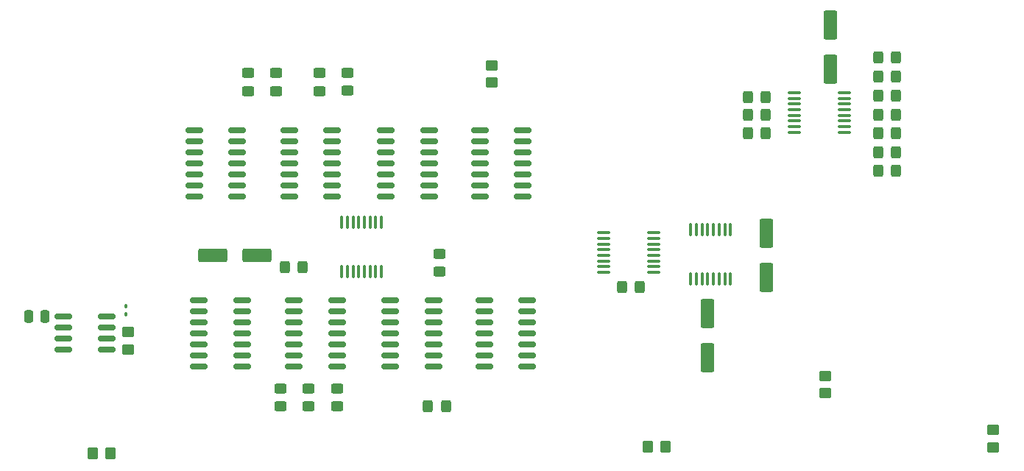
<source format=gbr>
%TF.GenerationSoftware,KiCad,Pcbnew,7.0.9*%
%TF.CreationDate,2024-02-13T17:02:03-03:00*%
%TF.ProjectId,pedido_casamento_smd,70656469-646f-45f6-9361-73616d656e74,rev?*%
%TF.SameCoordinates,Original*%
%TF.FileFunction,Paste,Bot*%
%TF.FilePolarity,Positive*%
%FSLAX46Y46*%
G04 Gerber Fmt 4.6, Leading zero omitted, Abs format (unit mm)*
G04 Created by KiCad (PCBNEW 7.0.9) date 2024-02-13 17:02:03*
%MOMM*%
%LPD*%
G01*
G04 APERTURE LIST*
G04 Aperture macros list*
%AMRoundRect*
0 Rectangle with rounded corners*
0 $1 Rounding radius*
0 $2 $3 $4 $5 $6 $7 $8 $9 X,Y pos of 4 corners*
0 Add a 4 corners polygon primitive as box body*
4,1,4,$2,$3,$4,$5,$6,$7,$8,$9,$2,$3,0*
0 Add four circle primitives for the rounded corners*
1,1,$1+$1,$2,$3*
1,1,$1+$1,$4,$5*
1,1,$1+$1,$6,$7*
1,1,$1+$1,$8,$9*
0 Add four rect primitives between the rounded corners*
20,1,$1+$1,$2,$3,$4,$5,0*
20,1,$1+$1,$4,$5,$6,$7,0*
20,1,$1+$1,$6,$7,$8,$9,0*
20,1,$1+$1,$8,$9,$2,$3,0*%
G04 Aperture macros list end*
%ADD10RoundRect,0.150000X0.825000X0.150000X-0.825000X0.150000X-0.825000X-0.150000X0.825000X-0.150000X0*%
%ADD11RoundRect,0.100000X0.100000X-0.637500X0.100000X0.637500X-0.100000X0.637500X-0.100000X-0.637500X0*%
%ADD12RoundRect,0.150000X-0.825000X-0.150000X0.825000X-0.150000X0.825000X0.150000X-0.825000X0.150000X0*%
%ADD13RoundRect,0.250000X0.450000X-0.350000X0.450000X0.350000X-0.450000X0.350000X-0.450000X-0.350000X0*%
%ADD14RoundRect,0.250000X0.325000X0.450000X-0.325000X0.450000X-0.325000X-0.450000X0.325000X-0.450000X0*%
%ADD15RoundRect,0.250000X-0.325000X-0.450000X0.325000X-0.450000X0.325000X0.450000X-0.325000X0.450000X0*%
%ADD16RoundRect,0.100000X-0.637500X-0.100000X0.637500X-0.100000X0.637500X0.100000X-0.637500X0.100000X0*%
%ADD17RoundRect,0.250000X-0.450000X0.325000X-0.450000X-0.325000X0.450000X-0.325000X0.450000X0.325000X0*%
%ADD18RoundRect,0.250000X0.550000X-1.412500X0.550000X1.412500X-0.550000X1.412500X-0.550000X-1.412500X0*%
%ADD19RoundRect,0.100000X-0.100000X0.637500X-0.100000X-0.637500X0.100000X-0.637500X0.100000X0.637500X0*%
%ADD20RoundRect,0.250000X-0.450000X0.350000X-0.450000X-0.350000X0.450000X-0.350000X0.450000X0.350000X0*%
%ADD21RoundRect,0.250000X0.450000X-0.325000X0.450000X0.325000X-0.450000X0.325000X-0.450000X-0.325000X0*%
%ADD22RoundRect,0.250000X0.350000X0.450000X-0.350000X0.450000X-0.350000X-0.450000X0.350000X-0.450000X0*%
%ADD23RoundRect,0.100000X0.637500X0.100000X-0.637500X0.100000X-0.637500X-0.100000X0.637500X-0.100000X0*%
%ADD24RoundRect,0.250000X0.250000X0.475000X-0.250000X0.475000X-0.250000X-0.475000X0.250000X-0.475000X0*%
%ADD25RoundRect,0.250000X-0.550000X1.412500X-0.550000X-1.412500X0.550000X-1.412500X0.550000X1.412500X0*%
%ADD26RoundRect,0.250000X1.412500X0.550000X-1.412500X0.550000X-1.412500X-0.550000X1.412500X-0.550000X0*%
%ADD27RoundRect,0.090000X0.090000X-0.139000X0.090000X0.139000X-0.090000X0.139000X-0.090000X-0.139000X0*%
G04 APERTURE END LIST*
D10*
%TO.C,U8*%
X141082800Y-136377499D03*
X141082800Y-137647499D03*
X141082800Y-138917499D03*
X141082800Y-140187499D03*
X141082800Y-141457499D03*
X141082800Y-142727499D03*
X141082800Y-143997499D03*
X136132800Y-143997499D03*
X136132800Y-142727499D03*
X136132800Y-141457499D03*
X136132800Y-140187499D03*
X136132800Y-138917499D03*
X136132800Y-137647499D03*
X136132800Y-136377499D03*
%TD*%
D11*
%TO.C,U5*%
X197250000Y-133925000D03*
X196600000Y-133925000D03*
X195950000Y-133925000D03*
X195300000Y-133925000D03*
X194650000Y-133925000D03*
X194000000Y-133925000D03*
X193350000Y-133925000D03*
X192700000Y-133925000D03*
X192700000Y-128200000D03*
X193350000Y-128200000D03*
X194000000Y-128200000D03*
X194650000Y-128200000D03*
X195300000Y-128200000D03*
X195950000Y-128200000D03*
X196600000Y-128200000D03*
X197250000Y-128200000D03*
%TD*%
D10*
%TO.C,U6*%
X162571200Y-116789200D03*
X162571200Y-118059200D03*
X162571200Y-119329200D03*
X162571200Y-120599200D03*
X162571200Y-121869200D03*
X162571200Y-123139200D03*
X162571200Y-124409200D03*
X157621200Y-124409200D03*
X157621200Y-123139200D03*
X157621200Y-121869200D03*
X157621200Y-120599200D03*
X157621200Y-119329200D03*
X157621200Y-118059200D03*
X157621200Y-116789200D03*
%TD*%
D12*
%TO.C,U9*%
X168949600Y-143997499D03*
X168949600Y-142727499D03*
X168949600Y-141457499D03*
X168949600Y-140187499D03*
X168949600Y-138917499D03*
X168949600Y-137647499D03*
X168949600Y-136377499D03*
X173899600Y-136377499D03*
X173899600Y-137647499D03*
X173899600Y-138917499D03*
X173899600Y-140187499D03*
X173899600Y-141457499D03*
X173899600Y-142727499D03*
X173899600Y-143997499D03*
%TD*%
D13*
%TO.C,R1*%
X128000000Y-142000000D03*
X128000000Y-140000000D03*
%TD*%
D14*
%TO.C,D13*%
X216300000Y-110650000D03*
X214250000Y-110650000D03*
%TD*%
D13*
%TO.C,R4*%
X169800000Y-111300000D03*
X169800000Y-109300000D03*
%TD*%
D12*
%TO.C,U11*%
X146496000Y-124409200D03*
X146496000Y-123139200D03*
X146496000Y-121869200D03*
X146496000Y-120599200D03*
X146496000Y-119329200D03*
X146496000Y-118059200D03*
X146496000Y-116789200D03*
X151446000Y-116789200D03*
X151446000Y-118059200D03*
X151446000Y-119329200D03*
X151446000Y-120599200D03*
X151446000Y-121869200D03*
X151446000Y-123139200D03*
X151446000Y-124409200D03*
%TD*%
D10*
%TO.C,U7*%
X140524000Y-116789200D03*
X140524000Y-118059200D03*
X140524000Y-119329200D03*
X140524000Y-120599200D03*
X140524000Y-121869200D03*
X140524000Y-123139200D03*
X140524000Y-124409200D03*
X135574000Y-124409200D03*
X135574000Y-123139200D03*
X135574000Y-121869200D03*
X135574000Y-120599200D03*
X135574000Y-119329200D03*
X135574000Y-118059200D03*
X135574000Y-116789200D03*
%TD*%
D15*
%TO.C,D18*%
X199275000Y-115050000D03*
X201325000Y-115050000D03*
%TD*%
D16*
%TO.C,U4*%
X182662500Y-133131250D03*
X182662500Y-132481250D03*
X182662500Y-131831250D03*
X182662500Y-131181250D03*
X182662500Y-130531250D03*
X182662500Y-129881250D03*
X182662500Y-129231250D03*
X182662500Y-128581250D03*
X188387500Y-128581250D03*
X188387500Y-129231250D03*
X188387500Y-129881250D03*
X188387500Y-130531250D03*
X188387500Y-131181250D03*
X188387500Y-131831250D03*
X188387500Y-132481250D03*
X188387500Y-133131250D03*
%TD*%
D17*
%TO.C,D35*%
X145000000Y-110225000D03*
X145000000Y-112275000D03*
%TD*%
%TO.C,D42*%
X153250000Y-110200000D03*
X153250000Y-112250000D03*
%TD*%
D14*
%TO.C,D27*%
X216300000Y-108450000D03*
X214250000Y-108450000D03*
%TD*%
D12*
%TO.C,U13*%
X158129200Y-143997499D03*
X158129200Y-142727499D03*
X158129200Y-141457499D03*
X158129200Y-140187499D03*
X158129200Y-138917499D03*
X158129200Y-137647499D03*
X158129200Y-136377499D03*
X163079200Y-136377499D03*
X163079200Y-137647499D03*
X163079200Y-138917499D03*
X163079200Y-140187499D03*
X163079200Y-141457499D03*
X163079200Y-142727499D03*
X163079200Y-143997499D03*
%TD*%
D17*
%TO.C,D40*%
X150000000Y-110225000D03*
X150000000Y-112275000D03*
%TD*%
D18*
%TO.C,C3*%
X208750000Y-109787500D03*
X208750000Y-104712500D03*
%TD*%
D15*
%TO.C,D30*%
X199225000Y-117150000D03*
X201275000Y-117150000D03*
%TD*%
D10*
%TO.C,U12*%
X151990600Y-136377499D03*
X151990600Y-137647499D03*
X151990600Y-138917499D03*
X151990600Y-140187499D03*
X151990600Y-141457499D03*
X151990600Y-142727499D03*
X151990600Y-143997499D03*
X147040600Y-143997499D03*
X147040600Y-142727499D03*
X147040600Y-141457499D03*
X147040600Y-140187499D03*
X147040600Y-138917499D03*
X147040600Y-137647499D03*
X147040600Y-136377499D03*
%TD*%
D17*
%TO.C,D41*%
X141750000Y-110225000D03*
X141750000Y-112275000D03*
%TD*%
D14*
%TO.C,D29*%
X216300000Y-119300000D03*
X214250000Y-119300000D03*
%TD*%
%TO.C,D11*%
X216300000Y-112800000D03*
X214250000Y-112800000D03*
%TD*%
D19*
%TO.C,U3*%
X152563400Y-127337900D03*
X153213400Y-127337900D03*
X153863400Y-127337900D03*
X154513400Y-127337900D03*
X155163400Y-127337900D03*
X155813400Y-127337900D03*
X156463400Y-127337900D03*
X157113400Y-127337900D03*
X157113400Y-133062900D03*
X156463400Y-133062900D03*
X155813400Y-133062900D03*
X155163400Y-133062900D03*
X154513400Y-133062900D03*
X153863400Y-133062900D03*
X153213400Y-133062900D03*
X152563400Y-133062900D03*
%TD*%
D20*
%TO.C,R13*%
X227500000Y-151250000D03*
X227500000Y-153250000D03*
%TD*%
D15*
%TO.C,D58*%
X145975000Y-132500000D03*
X148025000Y-132500000D03*
%TD*%
D21*
%TO.C,D57*%
X145500000Y-148550000D03*
X145500000Y-146500000D03*
%TD*%
D22*
%TO.C,R6*%
X125950000Y-154000000D03*
X123950000Y-154000000D03*
%TD*%
D23*
%TO.C,U2*%
X210362500Y-112475000D03*
X210362500Y-113125000D03*
X210362500Y-113775000D03*
X210362500Y-114425000D03*
X210362500Y-115075000D03*
X210362500Y-115725000D03*
X210362500Y-116375000D03*
X210362500Y-117025000D03*
X204637500Y-117025000D03*
X204637500Y-116375000D03*
X204637500Y-115725000D03*
X204637500Y-115075000D03*
X204637500Y-114425000D03*
X204637500Y-113775000D03*
X204637500Y-113125000D03*
X204637500Y-112475000D03*
%TD*%
D14*
%TO.C,D60*%
X164525000Y-148500000D03*
X162475000Y-148500000D03*
%TD*%
%TO.C,D15*%
X216300000Y-121450000D03*
X214250000Y-121450000D03*
%TD*%
D22*
%TO.C,R8*%
X189750000Y-153200000D03*
X187750000Y-153200000D03*
%TD*%
D24*
%TO.C,C1*%
X118450000Y-138250000D03*
X116550000Y-138250000D03*
%TD*%
D21*
%TO.C,D45*%
X152000000Y-148550000D03*
X152000000Y-146500000D03*
%TD*%
D25*
%TO.C,C5*%
X194650000Y-137862500D03*
X194650000Y-142937500D03*
%TD*%
D12*
%TO.C,U10*%
X168441600Y-124409200D03*
X168441600Y-123139200D03*
X168441600Y-121869200D03*
X168441600Y-120599200D03*
X168441600Y-119329200D03*
X168441600Y-118059200D03*
X168441600Y-116789200D03*
X173391600Y-116789200D03*
X173391600Y-118059200D03*
X173391600Y-119329200D03*
X173391600Y-120599200D03*
X173391600Y-121869200D03*
X173391600Y-123139200D03*
X173391600Y-124409200D03*
%TD*%
D25*
%TO.C,C6*%
X201350000Y-128625000D03*
X201350000Y-133700000D03*
%TD*%
D13*
%TO.C,R11*%
X208150000Y-147050000D03*
X208150000Y-145050000D03*
%TD*%
D15*
%TO.C,D2*%
X184775000Y-134850000D03*
X186825000Y-134850000D03*
%TD*%
D14*
%TO.C,D28*%
X216325000Y-117150000D03*
X214275000Y-117150000D03*
%TD*%
%TO.C,D14*%
X216325000Y-115000000D03*
X214275000Y-115000000D03*
%TD*%
D26*
%TO.C,C4*%
X142787500Y-131200000D03*
X137712500Y-131200000D03*
%TD*%
D21*
%TO.C,D56*%
X148750000Y-148525000D03*
X148750000Y-146475000D03*
%TD*%
D17*
%TO.C,D59*%
X163750000Y-130975000D03*
X163750000Y-133025000D03*
%TD*%
D12*
%TO.C,U1*%
X120550000Y-142040000D03*
X120550000Y-140770000D03*
X120550000Y-139500000D03*
X120550000Y-138230000D03*
X125500000Y-138230000D03*
X125500000Y-139500000D03*
X125500000Y-140770000D03*
X125500000Y-142040000D03*
%TD*%
D15*
%TO.C,D12*%
X199225000Y-112950000D03*
X201275000Y-112950000D03*
%TD*%
D27*
%TO.C,C2*%
X127750000Y-137932500D03*
X127750000Y-137067500D03*
%TD*%
M02*

</source>
